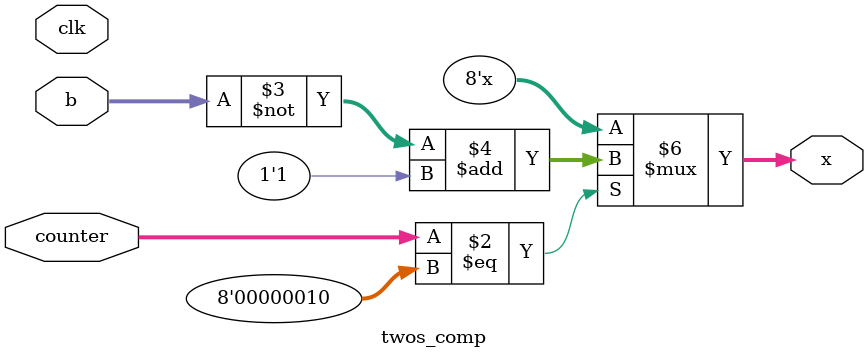
<source format=v>
module twos_comp(counter,b,x,clk);
parameter n=8;
input [n-1:0] b;
input [n-1:0]counter;
input clk;
output reg [n-1:0] x;

always@*
begin
	if(counter==(1<<1))
	x=~b+1'b1;
end
endmodule
</source>
